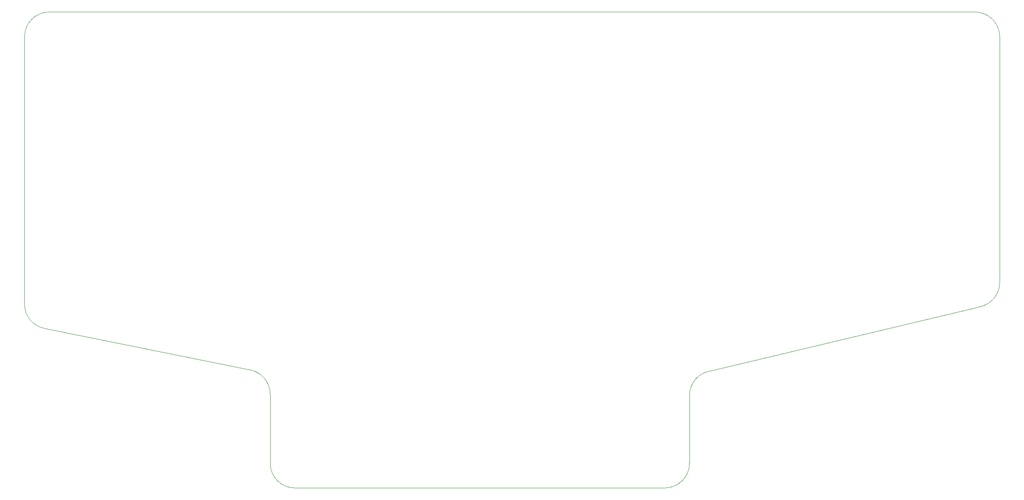
<source format=gbr>
%TF.GenerationSoftware,KiCad,Pcbnew,8.0.5*%
%TF.CreationDate,2024-10-13T16:42:09-04:00*%
%TF.ProjectId,board,626f6172-642e-46b6-9963-61645f706362,1*%
%TF.SameCoordinates,Original*%
%TF.FileFunction,Profile,NP*%
%FSLAX46Y46*%
G04 Gerber Fmt 4.6, Leading zero omitted, Abs format (unit mm)*
G04 Created by KiCad (PCBNEW 8.0.5) date 2024-10-13 16:42:09*
%MOMM*%
%LPD*%
G01*
G04 APERTURE LIST*
%TA.AperFunction,Profile*%
%ADD10C,0.050000*%
%TD*%
G04 APERTURE END LIST*
D10*
X229000000Y-33000000D02*
G75*
G02*
X234000000Y-38000000I0J-5000000D01*
G01*
X234000000Y-87551899D02*
G75*
G02*
X230159531Y-92415591I-5000000J-1D01*
G01*
X171500000Y-110327599D02*
X171500000Y-124000000D01*
X92000000Y-129000000D02*
G75*
G02*
X87000000Y-124000000I0J5000000D01*
G01*
X166500000Y-129000000D02*
X92000000Y-129000000D01*
X82990099Y-105189919D02*
X41509901Y-96810081D01*
X171500000Y-110327599D02*
G75*
G02*
X175782855Y-105379297I5000000J-1D01*
G01*
X87000000Y-124000000D02*
X87000000Y-110090909D01*
X175782855Y-105379296D02*
X230159531Y-92415589D01*
X171500000Y-124000000D02*
G75*
G02*
X166500000Y-129000000I-5000000J0D01*
G01*
X37500000Y-38000000D02*
G75*
G02*
X42500000Y-33000000I5000000J0D01*
G01*
X42500000Y-33000000D02*
X229000000Y-33000000D01*
X82990099Y-105189919D02*
G75*
G02*
X86999991Y-110090909I-990099J-4900981D01*
G01*
X41509901Y-96810081D02*
G75*
G02*
X37500009Y-91909091I990099J4900981D01*
G01*
X234000000Y-38000000D02*
X234000000Y-87551899D01*
X37500000Y-91909091D02*
X37500000Y-38000000D01*
M02*

</source>
